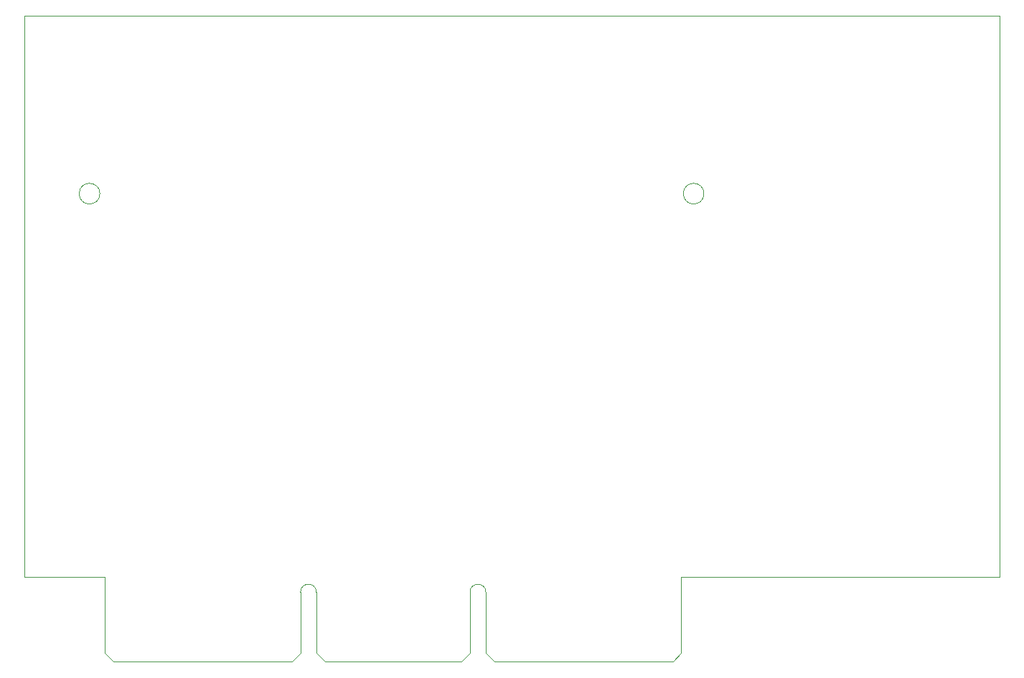
<source format=gbr>
%TF.GenerationSoftware,KiCad,Pcbnew,9.0.1*%
%TF.CreationDate,2025-05-06T20:53:02+02:00*%
%TF.ProjectId,apm,61706d2e-6b69-4636-9164-5f7063625858,rev?*%
%TF.SameCoordinates,Original*%
%TF.FileFunction,Profile,NP*%
%FSLAX46Y46*%
G04 Gerber Fmt 4.6, Leading zero omitted, Abs format (unit mm)*
G04 Created by KiCad (PCBNEW 9.0.1) date 2025-05-06 20:53:02*
%MOMM*%
%LPD*%
G01*
G04 APERTURE LIST*
%TA.AperFunction,Profile*%
%ADD10C,0.050000*%
%TD*%
G04 APERTURE END LIST*
D10*
X74000000Y-34800000D02*
X174000000Y-34800000D01*
X174000000Y-101075000D02*
X189000000Y-101075000D01*
X74000000Y-60000000D02*
X74000000Y-50000000D01*
X74000000Y-50000000D02*
X74000000Y-34800000D01*
X189000000Y-101075000D02*
X189000000Y-34800000D01*
X74000000Y-101075000D02*
X83485000Y-101075000D01*
X174000000Y-101075000D02*
X151485000Y-101075000D01*
X174000000Y-34800000D02*
X189000000Y-34800000D01*
X74000000Y-60000000D02*
X74000000Y-100000000D01*
X74000000Y-101075000D02*
X74000000Y-100000000D01*
%TO.C,J202*%
X82880000Y-55800000D02*
G75*
G02*
X80440000Y-55800000I-1220000J0D01*
G01*
X80440000Y-55800000D02*
G75*
G02*
X82880000Y-55800000I1220000J0D01*
G01*
X154160000Y-55800000D02*
G75*
G02*
X151720000Y-55800000I-1220000J0D01*
G01*
X151720000Y-55800000D02*
G75*
G02*
X154160000Y-55800000I1220000J0D01*
G01*
%TO.C,J201*%
X83485000Y-110085000D02*
X83485000Y-101075000D01*
X83485000Y-110085000D02*
X84480000Y-111080000D01*
X84484773Y-111084773D02*
X105550000Y-111080000D01*
X106545000Y-110085000D02*
X105550000Y-111080000D01*
X106545000Y-110085000D02*
X106545000Y-102885000D01*
X108425000Y-102885000D02*
X108425000Y-110085000D01*
X108425000Y-110085000D02*
X109420000Y-111080000D01*
X109420000Y-111080000D02*
X125540000Y-111085000D01*
X126540000Y-110085000D02*
X125540000Y-111085000D01*
X126545000Y-102885000D02*
X126545000Y-110080000D01*
X128425000Y-110085000D02*
X128425000Y-102885000D01*
X128425000Y-110085000D02*
X129425000Y-111085000D01*
X150490000Y-111085000D02*
X129425000Y-111085000D01*
X151485000Y-110085000D02*
X150490000Y-111080000D01*
X151485000Y-110085000D02*
X151485000Y-101075000D01*
X106545000Y-102885000D02*
G75*
G02*
X108425000Y-102885000I940000J0D01*
G01*
X126545000Y-102885000D02*
G75*
G02*
X128425000Y-102885000I940000J0D01*
G01*
%TD*%
M02*

</source>
